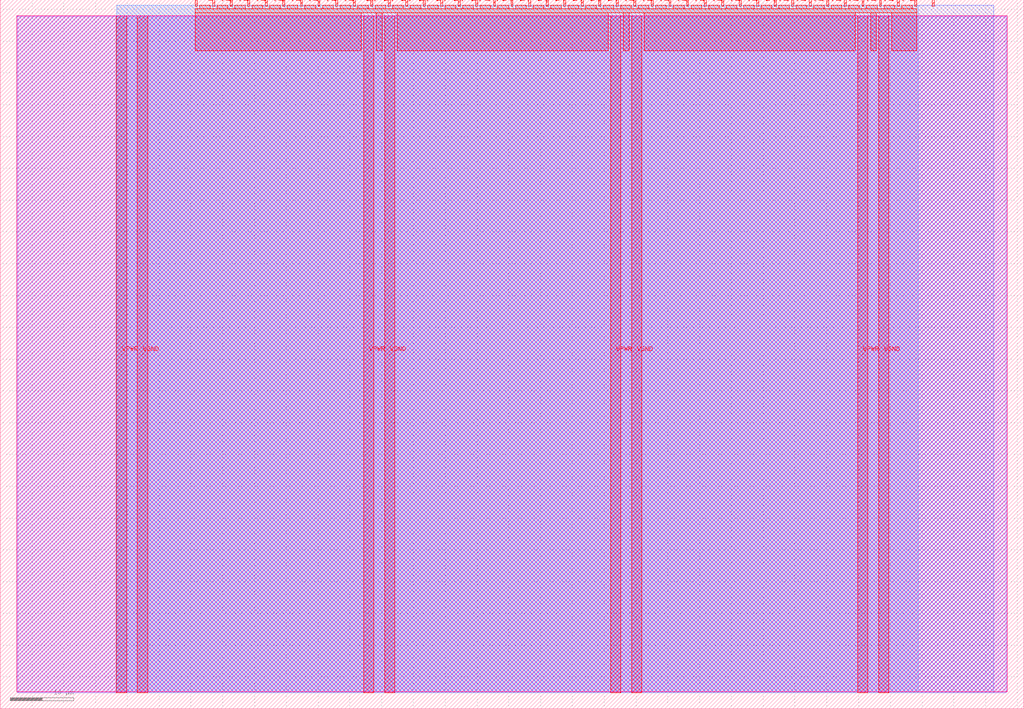
<source format=lef>
VERSION 5.7 ;
  NOWIREEXTENSIONATPIN ON ;
  DIVIDERCHAR "/" ;
  BUSBITCHARS "[]" ;
MACRO tt_um_mastermind
  CLASS BLOCK ;
  FOREIGN tt_um_mastermind ;
  ORIGIN 0.000 0.000 ;
  SIZE 161.000 BY 111.520 ;
  PIN VGND
    DIRECTION INOUT ;
    USE GROUND ;
    PORT
      LAYER met4 ;
        RECT 21.580 2.480 23.180 109.040 ;
    END
    PORT
      LAYER met4 ;
        RECT 60.450 2.480 62.050 109.040 ;
    END
    PORT
      LAYER met4 ;
        RECT 99.320 2.480 100.920 109.040 ;
    END
    PORT
      LAYER met4 ;
        RECT 138.190 2.480 139.790 109.040 ;
    END
  END VGND
  PIN VPWR
    DIRECTION INOUT ;
    USE POWER ;
    PORT
      LAYER met4 ;
        RECT 18.280 2.480 19.880 109.040 ;
    END
    PORT
      LAYER met4 ;
        RECT 57.150 2.480 58.750 109.040 ;
    END
    PORT
      LAYER met4 ;
        RECT 96.020 2.480 97.620 109.040 ;
    END
    PORT
      LAYER met4 ;
        RECT 134.890 2.480 136.490 109.040 ;
    END
  END VPWR
  PIN clk
    DIRECTION INPUT ;
    USE SIGNAL ;
    ANTENNAGATEAREA 0.852000 ;
    PORT
      LAYER met4 ;
        RECT 143.830 110.520 144.130 111.520 ;
    END
  END clk
  PIN ena
    DIRECTION INPUT ;
    USE SIGNAL ;
    PORT
      LAYER met4 ;
        RECT 146.590 110.520 146.890 111.520 ;
    END
  END ena
  PIN rst_n
    DIRECTION INPUT ;
    USE SIGNAL ;
    ANTENNAGATEAREA 0.196500 ;
    PORT
      LAYER met4 ;
        RECT 141.070 110.520 141.370 111.520 ;
    END
  END rst_n
  PIN ui_in[0]
    DIRECTION INPUT ;
    USE SIGNAL ;
    ANTENNAGATEAREA 0.213000 ;
    PORT
      LAYER met4 ;
        RECT 138.310 110.520 138.610 111.520 ;
    END
  END ui_in[0]
  PIN ui_in[1]
    DIRECTION INPUT ;
    USE SIGNAL ;
    ANTENNAGATEAREA 0.213000 ;
    PORT
      LAYER met4 ;
        RECT 135.550 110.520 135.850 111.520 ;
    END
  END ui_in[1]
  PIN ui_in[2]
    DIRECTION INPUT ;
    USE SIGNAL ;
    ANTENNAGATEAREA 0.213000 ;
    PORT
      LAYER met4 ;
        RECT 132.790 110.520 133.090 111.520 ;
    END
  END ui_in[2]
  PIN ui_in[3]
    DIRECTION INPUT ;
    USE SIGNAL ;
    ANTENNAGATEAREA 0.213000 ;
    PORT
      LAYER met4 ;
        RECT 130.030 110.520 130.330 111.520 ;
    END
  END ui_in[3]
  PIN ui_in[4]
    DIRECTION INPUT ;
    USE SIGNAL ;
    ANTENNAGATEAREA 0.213000 ;
    PORT
      LAYER met4 ;
        RECT 127.270 110.520 127.570 111.520 ;
    END
  END ui_in[4]
  PIN ui_in[5]
    DIRECTION INPUT ;
    USE SIGNAL ;
    ANTENNAGATEAREA 0.213000 ;
    PORT
      LAYER met4 ;
        RECT 124.510 110.520 124.810 111.520 ;
    END
  END ui_in[5]
  PIN ui_in[6]
    DIRECTION INPUT ;
    USE SIGNAL ;
    ANTENNAGATEAREA 0.213000 ;
    PORT
      LAYER met4 ;
        RECT 121.750 110.520 122.050 111.520 ;
    END
  END ui_in[6]
  PIN ui_in[7]
    DIRECTION INPUT ;
    USE SIGNAL ;
    ANTENNAGATEAREA 0.213000 ;
    PORT
      LAYER met4 ;
        RECT 118.990 110.520 119.290 111.520 ;
    END
  END ui_in[7]
  PIN uio_in[0]
    DIRECTION INPUT ;
    USE SIGNAL ;
    ANTENNAGATEAREA 0.213000 ;
    PORT
      LAYER met4 ;
        RECT 116.230 110.520 116.530 111.520 ;
    END
  END uio_in[0]
  PIN uio_in[1]
    DIRECTION INPUT ;
    USE SIGNAL ;
    ANTENNAGATEAREA 0.213000 ;
    PORT
      LAYER met4 ;
        RECT 113.470 110.520 113.770 111.520 ;
    END
  END uio_in[1]
  PIN uio_in[2]
    DIRECTION INPUT ;
    USE SIGNAL ;
    ANTENNAGATEAREA 0.213000 ;
    PORT
      LAYER met4 ;
        RECT 110.710 110.520 111.010 111.520 ;
    END
  END uio_in[2]
  PIN uio_in[3]
    DIRECTION INPUT ;
    USE SIGNAL ;
    ANTENNAGATEAREA 0.213000 ;
    PORT
      LAYER met4 ;
        RECT 107.950 110.520 108.250 111.520 ;
    END
  END uio_in[3]
  PIN uio_in[4]
    DIRECTION INPUT ;
    USE SIGNAL ;
    ANTENNAGATEAREA 0.196500 ;
    PORT
      LAYER met4 ;
        RECT 105.190 110.520 105.490 111.520 ;
    END
  END uio_in[4]
  PIN uio_in[5]
    DIRECTION INPUT ;
    USE SIGNAL ;
    PORT
      LAYER met4 ;
        RECT 102.430 110.520 102.730 111.520 ;
    END
  END uio_in[5]
  PIN uio_in[6]
    DIRECTION INPUT ;
    USE SIGNAL ;
    PORT
      LAYER met4 ;
        RECT 99.670 110.520 99.970 111.520 ;
    END
  END uio_in[6]
  PIN uio_in[7]
    DIRECTION INPUT ;
    USE SIGNAL ;
    PORT
      LAYER met4 ;
        RECT 96.910 110.520 97.210 111.520 ;
    END
  END uio_in[7]
  PIN uio_oe[0]
    DIRECTION OUTPUT ;
    USE SIGNAL ;
    PORT
      LAYER met4 ;
        RECT 49.990 110.520 50.290 111.520 ;
    END
  END uio_oe[0]
  PIN uio_oe[1]
    DIRECTION OUTPUT ;
    USE SIGNAL ;
    PORT
      LAYER met4 ;
        RECT 47.230 110.520 47.530 111.520 ;
    END
  END uio_oe[1]
  PIN uio_oe[2]
    DIRECTION OUTPUT ;
    USE SIGNAL ;
    PORT
      LAYER met4 ;
        RECT 44.470 110.520 44.770 111.520 ;
    END
  END uio_oe[2]
  PIN uio_oe[3]
    DIRECTION OUTPUT ;
    USE SIGNAL ;
    PORT
      LAYER met4 ;
        RECT 41.710 110.520 42.010 111.520 ;
    END
  END uio_oe[3]
  PIN uio_oe[4]
    DIRECTION OUTPUT ;
    USE SIGNAL ;
    PORT
      LAYER met4 ;
        RECT 38.950 110.520 39.250 111.520 ;
    END
  END uio_oe[4]
  PIN uio_oe[5]
    DIRECTION OUTPUT ;
    USE SIGNAL ;
    PORT
      LAYER met4 ;
        RECT 36.190 110.520 36.490 111.520 ;
    END
  END uio_oe[5]
  PIN uio_oe[6]
    DIRECTION OUTPUT ;
    USE SIGNAL ;
    PORT
      LAYER met4 ;
        RECT 33.430 110.520 33.730 111.520 ;
    END
  END uio_oe[6]
  PIN uio_oe[7]
    DIRECTION OUTPUT ;
    USE SIGNAL ;
    PORT
      LAYER met4 ;
        RECT 30.670 110.520 30.970 111.520 ;
    END
  END uio_oe[7]
  PIN uio_out[0]
    DIRECTION OUTPUT ;
    USE SIGNAL ;
    ANTENNADIFFAREA 0.445500 ;
    PORT
      LAYER met4 ;
        RECT 72.070 110.520 72.370 111.520 ;
    END
  END uio_out[0]
  PIN uio_out[1]
    DIRECTION OUTPUT ;
    USE SIGNAL ;
    ANTENNADIFFAREA 0.445500 ;
    PORT
      LAYER met4 ;
        RECT 69.310 110.520 69.610 111.520 ;
    END
  END uio_out[1]
  PIN uio_out[2]
    DIRECTION OUTPUT ;
    USE SIGNAL ;
    ANTENNADIFFAREA 0.445500 ;
    PORT
      LAYER met4 ;
        RECT 66.550 110.520 66.850 111.520 ;
    END
  END uio_out[2]
  PIN uio_out[3]
    DIRECTION OUTPUT ;
    USE SIGNAL ;
    PORT
      LAYER met4 ;
        RECT 63.790 110.520 64.090 111.520 ;
    END
  END uio_out[3]
  PIN uio_out[4]
    DIRECTION OUTPUT ;
    USE SIGNAL ;
    PORT
      LAYER met4 ;
        RECT 61.030 110.520 61.330 111.520 ;
    END
  END uio_out[4]
  PIN uio_out[5]
    DIRECTION OUTPUT ;
    USE SIGNAL ;
    PORT
      LAYER met4 ;
        RECT 58.270 110.520 58.570 111.520 ;
    END
  END uio_out[5]
  PIN uio_out[6]
    DIRECTION OUTPUT ;
    USE SIGNAL ;
    PORT
      LAYER met4 ;
        RECT 55.510 110.520 55.810 111.520 ;
    END
  END uio_out[6]
  PIN uio_out[7]
    DIRECTION OUTPUT ;
    USE SIGNAL ;
    PORT
      LAYER met4 ;
        RECT 52.750 110.520 53.050 111.520 ;
    END
  END uio_out[7]
  PIN uo_out[0]
    DIRECTION OUTPUT ;
    USE SIGNAL ;
    PORT
      LAYER met4 ;
        RECT 94.150 110.520 94.450 111.520 ;
    END
  END uo_out[0]
  PIN uo_out[1]
    DIRECTION OUTPUT ;
    USE SIGNAL ;
    ANTENNADIFFAREA 0.795200 ;
    PORT
      LAYER met4 ;
        RECT 91.390 110.520 91.690 111.520 ;
    END
  END uo_out[1]
  PIN uo_out[2]
    DIRECTION OUTPUT ;
    USE SIGNAL ;
    ANTENNADIFFAREA 1.242000 ;
    PORT
      LAYER met4 ;
        RECT 88.630 110.520 88.930 111.520 ;
    END
  END uo_out[2]
  PIN uo_out[3]
    DIRECTION OUTPUT ;
    USE SIGNAL ;
    ANTENNADIFFAREA 1.242000 ;
    PORT
      LAYER met4 ;
        RECT 85.870 110.520 86.170 111.520 ;
    END
  END uo_out[3]
  PIN uo_out[4]
    DIRECTION OUTPUT ;
    USE SIGNAL ;
    ANTENNAGATEAREA 0.990000 ;
    ANTENNADIFFAREA 0.924000 ;
    PORT
      LAYER met4 ;
        RECT 83.110 110.520 83.410 111.520 ;
    END
  END uo_out[4]
  PIN uo_out[5]
    DIRECTION OUTPUT ;
    USE SIGNAL ;
    ANTENNADIFFAREA 1.721000 ;
    PORT
      LAYER met4 ;
        RECT 80.350 110.520 80.650 111.520 ;
    END
  END uo_out[5]
  PIN uo_out[6]
    DIRECTION OUTPUT ;
    USE SIGNAL ;
    ANTENNADIFFAREA 0.445500 ;
    PORT
      LAYER met4 ;
        RECT 77.590 110.520 77.890 111.520 ;
    END
  END uo_out[6]
  PIN uo_out[7]
    DIRECTION OUTPUT ;
    USE SIGNAL ;
    ANTENNAGATEAREA 0.126000 ;
    ANTENNADIFFAREA 0.891000 ;
    PORT
      LAYER met4 ;
        RECT 74.830 110.520 75.130 111.520 ;
    END
  END uo_out[7]
  OBS
      LAYER nwell ;
        RECT 2.570 2.635 158.430 108.990 ;
      LAYER li1 ;
        RECT 2.760 2.635 158.240 108.885 ;
      LAYER met1 ;
        RECT 2.760 2.480 158.240 109.040 ;
      LAYER met2 ;
        RECT 18.310 2.535 156.300 110.685 ;
      LAYER met3 ;
        RECT 18.290 2.555 144.375 110.665 ;
      LAYER met4 ;
        RECT 31.370 110.120 33.030 110.665 ;
        RECT 34.130 110.120 35.790 110.665 ;
        RECT 36.890 110.120 38.550 110.665 ;
        RECT 39.650 110.120 41.310 110.665 ;
        RECT 42.410 110.120 44.070 110.665 ;
        RECT 45.170 110.120 46.830 110.665 ;
        RECT 47.930 110.120 49.590 110.665 ;
        RECT 50.690 110.120 52.350 110.665 ;
        RECT 53.450 110.120 55.110 110.665 ;
        RECT 56.210 110.120 57.870 110.665 ;
        RECT 58.970 110.120 60.630 110.665 ;
        RECT 61.730 110.120 63.390 110.665 ;
        RECT 64.490 110.120 66.150 110.665 ;
        RECT 67.250 110.120 68.910 110.665 ;
        RECT 70.010 110.120 71.670 110.665 ;
        RECT 72.770 110.120 74.430 110.665 ;
        RECT 75.530 110.120 77.190 110.665 ;
        RECT 78.290 110.120 79.950 110.665 ;
        RECT 81.050 110.120 82.710 110.665 ;
        RECT 83.810 110.120 85.470 110.665 ;
        RECT 86.570 110.120 88.230 110.665 ;
        RECT 89.330 110.120 90.990 110.665 ;
        RECT 92.090 110.120 93.750 110.665 ;
        RECT 94.850 110.120 96.510 110.665 ;
        RECT 97.610 110.120 99.270 110.665 ;
        RECT 100.370 110.120 102.030 110.665 ;
        RECT 103.130 110.120 104.790 110.665 ;
        RECT 105.890 110.120 107.550 110.665 ;
        RECT 108.650 110.120 110.310 110.665 ;
        RECT 111.410 110.120 113.070 110.665 ;
        RECT 114.170 110.120 115.830 110.665 ;
        RECT 116.930 110.120 118.590 110.665 ;
        RECT 119.690 110.120 121.350 110.665 ;
        RECT 122.450 110.120 124.110 110.665 ;
        RECT 125.210 110.120 126.870 110.665 ;
        RECT 127.970 110.120 129.630 110.665 ;
        RECT 130.730 110.120 132.390 110.665 ;
        RECT 133.490 110.120 135.150 110.665 ;
        RECT 136.250 110.120 137.910 110.665 ;
        RECT 139.010 110.120 140.670 110.665 ;
        RECT 141.770 110.120 143.430 110.665 ;
        RECT 30.655 109.440 144.145 110.120 ;
        RECT 30.655 103.535 56.750 109.440 ;
        RECT 59.150 103.535 60.050 109.440 ;
        RECT 62.450 103.535 95.620 109.440 ;
        RECT 98.020 103.535 98.920 109.440 ;
        RECT 101.320 103.535 134.490 109.440 ;
        RECT 136.890 103.535 137.790 109.440 ;
        RECT 140.190 103.535 144.145 109.440 ;
  END
END tt_um_mastermind
END LIBRARY


</source>
